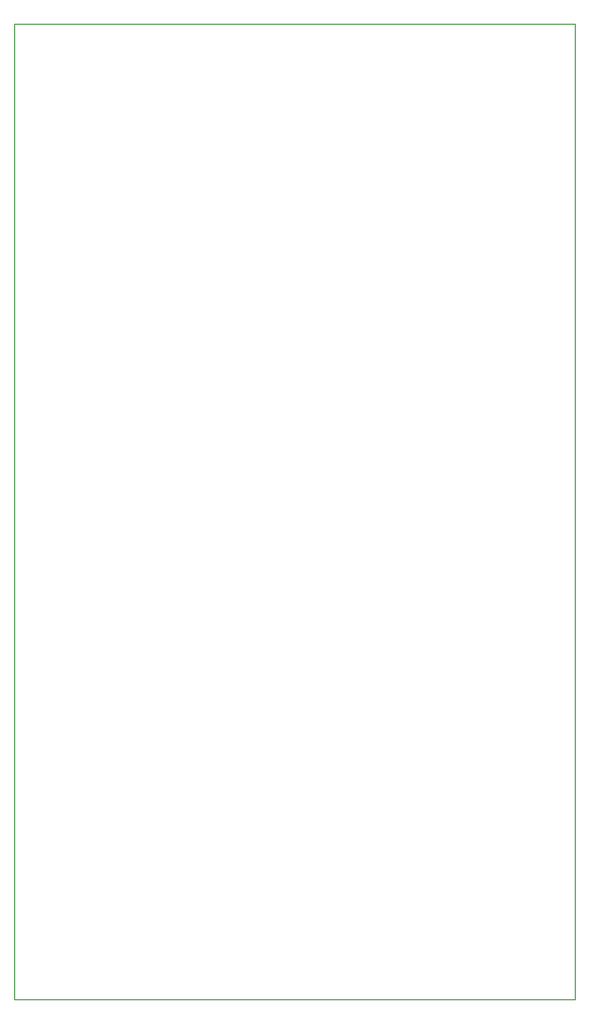
<source format=gbr>
G04 #@! TF.GenerationSoftware,KiCad,Pcbnew,8.0.6*
G04 #@! TF.CreationDate,2024-12-07T23:10:07+01:00*
G04 #@! TF.ProjectId,BOOST_LT8365,424f4f53-545f-44c5-9438-3336352e6b69,rev?*
G04 #@! TF.SameCoordinates,Original*
G04 #@! TF.FileFunction,Profile,NP*
%FSLAX46Y46*%
G04 Gerber Fmt 4.6, Leading zero omitted, Abs format (unit mm)*
G04 Created by KiCad (PCBNEW 8.0.6) date 2024-12-07 23:10:07*
%MOMM*%
%LPD*%
G01*
G04 APERTURE LIST*
G04 #@! TA.AperFunction,Profile*
%ADD10C,0.050000*%
G04 #@! TD*
G04 APERTURE END LIST*
D10*
X125000000Y-43000000D02*
X175000000Y-43000000D01*
X175000000Y-130000000D01*
X125000000Y-130000000D01*
X125000000Y-43000000D01*
M02*

</source>
